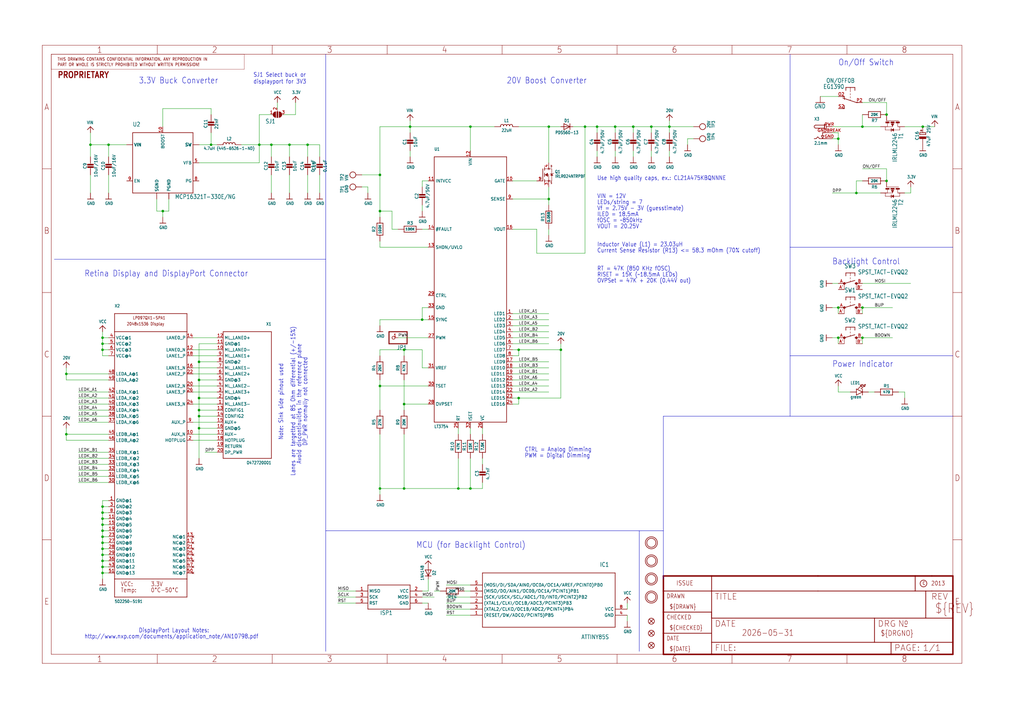
<source format=kicad_sch>
(kicad_sch (version 20230121) (generator eeschema)
  (paper "User" 431.267 298.602)
  (junction (at 363.22 129.54))
  (junction (at 198.12 205.74))
  (junction (at 38.1 60.96))
  (junction (at 363.22 142.24))
  (junction (at 43.18 241.3))
  (junction (at 231.14 53.34))
  (junction (at 83.82 180.34))
  (junction (at 43.18 144.78))
  (junction (at 363.22 53.34))
  (junction (at 43.18 238.76))
  (junction (at 83.82 160.02))
  (junction (at 27.94 182.88))
  (junction (at 218.44 147.32))
  (junction (at 193.04 205.74))
  (junction (at 129.54 60.96))
  (junction (at 43.18 215.9))
  (junction (at 170.18 205.74))
  (junction (at 353.06 129.54))
  (junction (at 83.82 172.72))
  (junction (at 83.82 175.26))
  (junction (at 43.18 147.32))
  (junction (at 360.68 81.28))
  (junction (at 83.82 167.64))
  (junction (at 281.94 53.34))
  (junction (at 83.82 152.4))
  (junction (at 388.62 53.34))
  (junction (at 231.14 83.82))
  (junction (at 43.18 231.14))
  (junction (at 114.3 60.96))
  (junction (at 43.18 233.68))
  (junction (at 353.06 142.24))
  (junction (at 68.58 88.9))
  (junction (at 43.18 228.6))
  (junction (at 170.18 170.18))
  (junction (at 251.46 53.34))
  (junction (at 88.9 60.96))
  (junction (at 246.38 53.34))
  (junction (at 353.06 58.42))
  (junction (at 43.18 213.36))
  (junction (at 43.18 218.44))
  (junction (at 109.22 60.96))
  (junction (at 160.02 205.74))
  (junction (at 27.94 157.48))
  (junction (at 236.22 147.32))
  (junction (at 43.18 236.22))
  (junction (at 170.18 147.32))
  (junction (at 218.44 167.64))
  (junction (at 373.38 76.2))
  (junction (at 121.92 60.96))
  (junction (at 43.18 142.24))
  (junction (at 198.12 53.34))
  (junction (at 45.72 60.96))
  (junction (at 373.38 48.26))
  (junction (at 43.18 220.98))
  (junction (at 160.02 73.66))
  (junction (at 160.02 88.9))
  (junction (at 177.8 134.62))
  (junction (at 259.08 53.34))
  (junction (at 266.7 53.34))
  (junction (at 43.18 223.52))
  (junction (at 172.72 53.34))
  (junction (at 160.02 162.56))
  (junction (at 43.18 226.06))
  (junction (at 274.32 53.34))
  (wire (pts (xy 370.84 53.34) (xy 363.22 53.34)) (stroke (width 0.1524)))
  (wire (pts (xy 53.34 60.96) (xy 45.72 60.96)) (stroke (width 0.1524)))
  (wire (pts (xy 38.1 60.96) (xy 38.1 55.88)) (stroke (width 0.1524)))
  (wire (pts (xy 83.82 160.02) (xy 83.82 167.64)) (stroke (width 0.1524)))
  (wire (pts (xy 83.82 144.78) (xy 83.82 152.4)) (stroke (width 0.1524)))
  (wire (pts (xy 43.18 147.32) (xy 43.18 144.78)) (stroke (width 0.1524)))
  (wire (pts (xy 185.42 248.92) (xy 182.88 248.92)) (stroke (width 0.1524)))
  (polyline (pts (xy 279.4 223.52) (xy 279.4 175.26)) (stroke (width 0.1524) (type solid)))
  (wire (pts (xy 45.72 231.14) (xy 43.18 231.14)) (stroke (width 0.1524)))
  (wire (pts (xy 353.06 58.42) (xy 353.06 60.96)) (stroke (width 0.1524)))
  (wire (pts (xy 345.44 40.64) (xy 353.06 40.64)) (stroke (width 0.1524)))
  (wire (pts (xy 45.72 147.32) (xy 43.18 147.32)) (stroke (width 0.1524)))
  (wire (pts (xy 45.72 213.36) (xy 43.18 213.36)) (stroke (width 0.1524)))
  (wire (pts (xy 363.22 43.18) (xy 373.38 43.18)) (stroke (width 0.1524)))
  (wire (pts (xy 198.12 256.54) (xy 187.96 256.54)) (stroke (width 0.1524)))
  (polyline (pts (xy 332.74 149.86) (xy 401.32 149.86)) (stroke (width 0.1524) (type solid)))
  (polyline (pts (xy 332.74 175.26) (xy 401.32 175.26)) (stroke (width 0.1524) (type solid)))
  (wire (pts (xy 83.82 167.64) (xy 83.82 172.72)) (stroke (width 0.1524)))
  (wire (pts (xy 83.82 152.4) (xy 83.82 160.02)) (stroke (width 0.1524)))
  (wire (pts (xy 281.94 63.5) (xy 281.94 66.04)) (stroke (width 0.1524)))
  (wire (pts (xy 160.02 149.86) (xy 160.02 147.32)) (stroke (width 0.1524)))
  (wire (pts (xy 360.68 81.28) (xy 350.52 81.28)) (stroke (width 0.1524)))
  (wire (pts (xy 142.24 248.92) (xy 149.86 248.92)) (stroke (width 0.1524)))
  (wire (pts (xy 231.14 134.62) (xy 215.9 134.62)) (stroke (width 0.1524)))
  (wire (pts (xy 88.9 55.88) (xy 88.9 60.96)) (stroke (width 0.1524)))
  (wire (pts (xy 218.44 53.34) (xy 231.14 53.34)) (stroke (width 0.1524)))
  (wire (pts (xy 218.44 167.64) (xy 236.22 167.64)) (stroke (width 0.1524)))
  (wire (pts (xy 45.72 60.96) (xy 38.1 60.96)) (stroke (width 0.1524)))
  (wire (pts (xy 160.02 53.34) (xy 172.72 53.34)) (stroke (width 0.1524)))
  (wire (pts (xy 218.44 149.86) (xy 218.44 147.32)) (stroke (width 0.1524)))
  (wire (pts (xy 43.18 149.86) (xy 43.18 147.32)) (stroke (width 0.1524)))
  (wire (pts (xy 203.2 193.04) (xy 203.2 195.58)) (stroke (width 0.1524)))
  (wire (pts (xy 281.94 55.88) (xy 281.94 53.34)) (stroke (width 0.1524)))
  (wire (pts (xy 231.14 144.78) (xy 215.9 144.78)) (stroke (width 0.1524)))
  (wire (pts (xy 231.14 53.34) (xy 236.22 53.34)) (stroke (width 0.1524)))
  (wire (pts (xy 177.8 251.46) (xy 182.88 251.46)) (stroke (width 0.1524)))
  (wire (pts (xy 45.72 182.88) (xy 27.94 182.88)) (stroke (width 0.1524)))
  (wire (pts (xy 91.44 162.56) (xy 81.28 162.56)) (stroke (width 0.1524)))
  (wire (pts (xy 350.52 53.34) (xy 363.22 53.34)) (stroke (width 0.1524)))
  (wire (pts (xy 38.1 73.66) (xy 38.1 81.28)) (stroke (width 0.1524)))
  (wire (pts (xy 180.34 243.84) (xy 180.34 248.92)) (stroke (width 0.1524)))
  (wire (pts (xy 373.38 71.12) (xy 373.38 76.2)) (stroke (width 0.1524)))
  (wire (pts (xy 373.38 43.18) (xy 373.38 48.26)) (stroke (width 0.1524)))
  (wire (pts (xy 198.12 205.74) (xy 193.04 205.74)) (stroke (width 0.1524)))
  (wire (pts (xy 198.12 180.34) (xy 198.12 182.88)) (stroke (width 0.1524)))
  (wire (pts (xy 350.52 58.42) (xy 353.06 58.42)) (stroke (width 0.1524)))
  (wire (pts (xy 91.44 154.94) (xy 81.28 154.94)) (stroke (width 0.1524)))
  (wire (pts (xy 170.18 205.74) (xy 160.02 205.74)) (stroke (width 0.1524)))
  (wire (pts (xy 91.44 149.86) (xy 81.28 149.86)) (stroke (width 0.1524)))
  (wire (pts (xy 236.22 167.64) (xy 236.22 147.32)) (stroke (width 0.1524)))
  (polyline (pts (xy 332.74 149.86) (xy 332.74 175.26)) (stroke (width 0.1524) (type solid)))
  (wire (pts (xy 198.12 246.38) (xy 187.96 246.38)) (stroke (width 0.1524)))
  (polyline (pts (xy 137.16 109.22) (xy 137.16 223.52)) (stroke (width 0.1524) (type solid)))
  (wire (pts (xy 226.06 106.68) (xy 246.38 106.68)) (stroke (width 0.1524)))
  (wire (pts (xy 172.72 53.34) (xy 172.72 55.88)) (stroke (width 0.1524)))
  (wire (pts (xy 45.72 238.76) (xy 43.18 238.76)) (stroke (width 0.1524)))
  (wire (pts (xy 45.72 233.68) (xy 43.18 233.68)) (stroke (width 0.1524)))
  (wire (pts (xy 91.44 172.72) (xy 83.82 172.72)) (stroke (width 0.1524)))
  (wire (pts (xy 177.8 86.36) (xy 177.8 88.9)) (stroke (width 0.1524)))
  (wire (pts (xy 149.86 251.46) (xy 142.24 251.46)) (stroke (width 0.1524)))
  (wire (pts (xy 45.72 190.5) (xy 33.02 190.5)) (stroke (width 0.1524)))
  (wire (pts (xy 114.3 73.66) (xy 114.3 81.28)) (stroke (width 0.1524)))
  (wire (pts (xy 68.58 53.34) (xy 68.58 45.72)) (stroke (width 0.1524)))
  (wire (pts (xy 215.9 149.86) (xy 218.44 149.86)) (stroke (width 0.1524)))
  (wire (pts (xy 177.8 96.52) (xy 180.34 96.52)) (stroke (width 0.1524)))
  (wire (pts (xy 365.76 165.1) (xy 368.3 165.1)) (stroke (width 0.1524)))
  (wire (pts (xy 45.72 142.24) (xy 43.18 142.24)) (stroke (width 0.1524)))
  (wire (pts (xy 43.18 231.14) (xy 43.18 233.68)) (stroke (width 0.1524)))
  (polyline (pts (xy 332.74 104.14) (xy 401.32 104.14)) (stroke (width 0.1524) (type solid)))
  (wire (pts (xy 43.18 215.9) (xy 43.18 218.44)) (stroke (width 0.1524)))
  (wire (pts (xy 231.14 152.4) (xy 215.9 152.4)) (stroke (width 0.1524)))
  (wire (pts (xy 91.44 177.8) (xy 81.28 177.8)) (stroke (width 0.1524)))
  (wire (pts (xy 68.58 45.72) (xy 88.9 45.72)) (stroke (width 0.1524)))
  (wire (pts (xy 172.72 66.04) (xy 172.72 63.5)) (stroke (width 0.1524)))
  (wire (pts (xy 91.44 160.02) (xy 83.82 160.02)) (stroke (width 0.1524)))
  (wire (pts (xy 109.22 60.96) (xy 101.6 60.96)) (stroke (width 0.1524)))
  (wire (pts (xy 231.14 165.1) (xy 215.9 165.1)) (stroke (width 0.1524)))
  (wire (pts (xy 43.18 218.44) (xy 43.18 220.98)) (stroke (width 0.1524)))
  (wire (pts (xy 27.94 185.42) (xy 27.94 182.88)) (stroke (width 0.1524)))
  (wire (pts (xy 170.18 170.18) (xy 170.18 160.02)) (stroke (width 0.1524)))
  (wire (pts (xy 274.32 55.88) (xy 274.32 53.34)) (stroke (width 0.1524)))
  (wire (pts (xy 129.54 60.96) (xy 134.62 60.96)) (stroke (width 0.1524)))
  (wire (pts (xy 43.18 223.52) (xy 43.18 226.06)) (stroke (width 0.1524)))
  (wire (pts (xy 353.06 129.54) (xy 350.52 129.54)) (stroke (width 0.1524)))
  (wire (pts (xy 246.38 53.34) (xy 251.46 53.34)) (stroke (width 0.1524)))
  (wire (pts (xy 149.86 254) (xy 142.24 254)) (stroke (width 0.1524)))
  (wire (pts (xy 45.72 165.1) (xy 33.02 165.1)) (stroke (width 0.1524)))
  (wire (pts (xy 71.12 88.9) (xy 68.58 88.9)) (stroke (width 0.1524)))
  (polyline (pts (xy 269.24 223.52) (xy 269.24 274.32)) (stroke (width 0.1524) (type solid)))
  (wire (pts (xy 215.9 170.18) (xy 218.44 170.18)) (stroke (width 0.1524)))
  (wire (pts (xy 88.9 60.96) (xy 91.44 60.96)) (stroke (width 0.1524)))
  (wire (pts (xy 259.08 55.88) (xy 259.08 53.34)) (stroke (width 0.1524)))
  (wire (pts (xy 45.72 223.52) (xy 43.18 223.52)) (stroke (width 0.1524)))
  (polyline (pts (xy 137.16 223.52) (xy 269.24 223.52)) (stroke (width 0.1524) (type solid)))
  (wire (pts (xy 91.44 167.64) (xy 83.82 167.64)) (stroke (width 0.1524)))
  (wire (pts (xy 91.44 175.26) (xy 83.82 175.26)) (stroke (width 0.1524)))
  (wire (pts (xy 363.22 48.26) (xy 363.22 53.34)) (stroke (width 0.1524)))
  (wire (pts (xy 198.12 251.46) (xy 187.96 251.46)) (stroke (width 0.1524)))
  (wire (pts (xy 180.34 129.54) (xy 177.8 129.54)) (stroke (width 0.1524)))
  (wire (pts (xy 45.72 215.9) (xy 43.18 215.9)) (stroke (width 0.1524)))
  (wire (pts (xy 266.7 55.88) (xy 266.7 53.34)) (stroke (width 0.1524)))
  (wire (pts (xy 134.62 73.66) (xy 134.62 81.28)) (stroke (width 0.1524)))
  (wire (pts (xy 83.82 180.34) (xy 83.82 193.04)) (stroke (width 0.1524)))
  (wire (pts (xy 170.18 182.88) (xy 170.18 205.74)) (stroke (width 0.1524)))
  (wire (pts (xy 43.18 210.82) (xy 43.18 213.36)) (stroke (width 0.1524)))
  (wire (pts (xy 83.82 68.58) (xy 109.22 68.58)) (stroke (width 0.1524)))
  (wire (pts (xy 91.44 142.24) (xy 81.28 142.24)) (stroke (width 0.1524)))
  (wire (pts (xy 281.94 53.34) (xy 281.94 50.8)) (stroke (width 0.1524)))
  (wire (pts (xy 91.44 152.4) (xy 83.82 152.4)) (stroke (width 0.1524)))
  (wire (pts (xy 121.92 66.04) (xy 121.92 60.96)) (stroke (width 0.1524)))
  (wire (pts (xy 363.22 144.78) (xy 363.22 142.24)) (stroke (width 0.1524)))
  (wire (pts (xy 91.44 147.32) (xy 81.28 147.32)) (stroke (width 0.1524)))
  (wire (pts (xy 353.06 142.24) (xy 350.52 142.24)) (stroke (width 0.1524)))
  (wire (pts (xy 160.02 160.02) (xy 160.02 162.56)) (stroke (width 0.1524)))
  (wire (pts (xy 215.9 76.2) (xy 226.06 76.2)) (stroke (width 0.1524)))
  (wire (pts (xy 172.72 53.34) (xy 198.12 53.34)) (stroke (width 0.1524)))
  (wire (pts (xy 180.34 104.14) (xy 160.02 104.14)) (stroke (width 0.1524)))
  (wire (pts (xy 353.06 162.56) (xy 353.06 165.1)) (stroke (width 0.1524)))
  (wire (pts (xy 231.14 154.94) (xy 215.9 154.94)) (stroke (width 0.1524)))
  (wire (pts (xy 177.8 248.92) (xy 180.34 248.92)) (stroke (width 0.1524)))
  (wire (pts (xy 45.72 195.58) (xy 33.02 195.58)) (stroke (width 0.1524)))
  (wire (pts (xy 363.22 119.38) (xy 383.54 119.38)) (stroke (width 0.1524)))
  (polyline (pts (xy 137.16 109.22) (xy 137.16 22.86)) (stroke (width 0.1524) (type solid)))
  (wire (pts (xy 180.34 170.18) (xy 170.18 170.18)) (stroke (width 0.1524)))
  (wire (pts (xy 193.04 180.34) (xy 193.04 182.88)) (stroke (width 0.1524)))
  (wire (pts (xy 45.72 228.6) (xy 43.18 228.6)) (stroke (width 0.1524)))
  (wire (pts (xy 215.9 83.82) (xy 231.14 83.82)) (stroke (width 0.1524)))
  (wire (pts (xy 91.44 157.48) (xy 81.28 157.48)) (stroke (width 0.1524)))
  (wire (pts (xy 251.46 63.5) (xy 251.46 66.04)) (stroke (width 0.1524)))
  (wire (pts (xy 363.22 71.12) (xy 373.38 71.12)) (stroke (width 0.1524)))
  (wire (pts (xy 195.58 248.92) (xy 198.12 248.92)) (stroke (width 0.1524)))
  (wire (pts (xy 45.72 185.42) (xy 27.94 185.42)) (stroke (width 0.1524)))
  (wire (pts (xy 231.14 78.74) (xy 231.14 83.82)) (stroke (width 0.1524)))
  (wire (pts (xy 177.8 134.62) (xy 160.02 134.62)) (stroke (width 0.1524)))
  (wire (pts (xy 363.22 76.2) (xy 360.68 76.2)) (stroke (width 0.1524)))
  (wire (pts (xy 353.06 142.24) (xy 353.06 144.78)) (stroke (width 0.1524)))
  (wire (pts (xy 353.06 165.1) (xy 358.14 165.1)) (stroke (width 0.1524)))
  (wire (pts (xy 363.22 142.24) (xy 375.92 142.24)) (stroke (width 0.1524)))
  (wire (pts (xy 71.12 83.82) (xy 71.12 88.9)) (stroke (width 0.1524)))
  (wire (pts (xy 160.02 134.62) (xy 160.02 137.16)) (stroke (width 0.1524)))
  (polyline (pts (xy 332.74 104.14) (xy 332.74 149.86)) (stroke (width 0.1524) (type solid)))
  (wire (pts (xy 45.72 172.72) (xy 33.02 172.72)) (stroke (width 0.1524)))
  (wire (pts (xy 177.8 147.32) (xy 177.8 154.94)) (stroke (width 0.1524)))
  (wire (pts (xy 91.44 190.5) (xy 86.36 190.5)) (stroke (width 0.1524)))
  (wire (pts (xy 45.72 220.98) (xy 43.18 220.98)) (stroke (width 0.1524)))
  (wire (pts (xy 43.18 228.6) (xy 43.18 231.14)) (stroke (width 0.1524)))
  (wire (pts (xy 198.12 53.34) (xy 208.28 53.34)) (stroke (width 0.1524)))
  (polyline (pts (xy 279.4 223.52) (xy 279.4 243.84)) (stroke (width 0.1524) (type solid)))
  (wire (pts (xy 27.94 157.48) (xy 27.94 154.94)) (stroke (width 0.1524)))
  (wire (pts (xy 83.82 60.96) (xy 88.9 60.96)) (stroke (width 0.1524)))
  (wire (pts (xy 43.18 238.76) (xy 43.18 241.3)) (stroke (width 0.1524)))
  (wire (pts (xy 218.44 170.18) (xy 218.44 167.64)) (stroke (width 0.1524)))
  (wire (pts (xy 264.16 259.08) (xy 264.16 261.62)) (stroke (width 0.1524)))
  (polyline (pts (xy 269.24 223.52) (xy 279.4 223.52)) (stroke (width 0.1524) (type solid)))
  (wire (pts (xy 231.14 162.56) (xy 215.9 162.56)) (stroke (width 0.1524)))
  (wire (pts (xy 45.72 210.82) (xy 43.18 210.82)) (stroke (width 0.1524)))
  (wire (pts (xy 180.34 142.24) (xy 167.64 142.24)) (stroke (width 0.1524)))
  (wire (pts (xy 170.18 147.32) (xy 177.8 147.32)) (stroke (width 0.1524)))
  (wire (pts (xy 215.9 96.52) (xy 226.06 96.52)) (stroke (width 0.1524)))
  (wire (pts (xy 45.72 160.02) (xy 27.94 160.02)) (stroke (width 0.1524)))
  (wire (pts (xy 350.52 55.88) (xy 353.06 55.88)) (stroke (width 0.1524)))
  (wire (pts (xy 66.04 83.82) (xy 66.04 88.9)) (stroke (width 0.1524)))
  (wire (pts (xy 160.02 88.9) (xy 160.02 73.66)) (stroke (width 0.1524)))
  (wire (pts (xy 193.04 193.04) (xy 193.04 205.74)) (stroke (width 0.1524)))
  (wire (pts (xy 251.46 55.88) (xy 251.46 53.34)) (stroke (width 0.1524)))
  (polyline (pts (xy 332.74 22.86) (xy 332.74 104.14)) (stroke (width 0.1524) (type solid)))
  (wire (pts (xy 226.06 96.52) (xy 226.06 106.68)) (stroke (width 0.1524)))
  (wire (pts (xy 170.18 149.86) (xy 170.18 147.32)) (stroke (width 0.1524)))
  (wire (pts (xy 45.72 203.2) (xy 33.02 203.2)) (stroke (width 0.1524)))
  (wire (pts (xy 381 165.1) (xy 381 167.64)) (stroke (width 0.1524)))
  (wire (pts (xy 43.18 213.36) (xy 43.18 215.9)) (stroke (width 0.1524)))
  (wire (pts (xy 236.22 147.32) (xy 236.22 144.78)) (stroke (width 0.1524)))
  (wire (pts (xy 154.94 78.74) (xy 154.94 81.28)) (stroke (width 0.1524)))
  (wire (pts (xy 160.02 205.74) (xy 160.02 208.28)) (stroke (width 0.1524)))
  (wire (pts (xy 353.06 55.88) (xy 353.06 58.42)) (stroke (width 0.1524)))
  (wire (pts (xy 43.18 236.22) (xy 43.18 238.76)) (stroke (width 0.1524)))
  (wire (pts (xy 218.44 147.32) (xy 236.22 147.32)) (stroke (width 0.1524)))
  (wire (pts (xy 198.12 53.34) (xy 198.12 63.5)) (stroke (width 0.1524)))
  (wire (pts (xy 266.7 53.34) (xy 274.32 53.34)) (stroke (width 0.1524)))
  (polyline (pts (xy 137.16 274.32) (xy 137.16 223.52)) (stroke (width 0.1524) (type solid)))
  (wire (pts (xy 45.72 175.26) (xy 33.02 175.26)) (stroke (width 0.1524)))
  (wire (pts (xy 45.72 236.22) (xy 43.18 236.22)) (stroke (width 0.1524)))
  (wire (pts (xy 83.82 175.26) (xy 83.82 180.34)) (stroke (width 0.1524)))
  (wire (pts (xy 215.9 132.08) (xy 231.14 132.08)) (stroke (width 0.1524)))
  (wire (pts (xy 45.72 218.44) (xy 43.18 218.44)) (stroke (width 0.1524)))
  (wire (pts (xy 109.22 60.96) (xy 114.3 60.96)) (stroke (width 0.1524)))
  (wire (pts (xy 292.1 53.34) (xy 281.94 53.34)) (stroke (width 0.1524)))
  (wire (pts (xy 43.18 142.24) (xy 43.18 139.7)) (stroke (width 0.1524)))
  (wire (pts (xy 203.2 205.74) (xy 198.12 205.74)) (stroke (width 0.1524)))
  (wire (pts (xy 378.46 165.1) (xy 381 165.1)) (stroke (width 0.1524)))
  (wire (pts (xy 383.54 81.28) (xy 383.54 78.74)) (stroke (width 0.1524)))
  (wire (pts (xy 231.14 142.24) (xy 215.9 142.24)) (stroke (width 0.1524)))
  (wire (pts (xy 43.18 144.78) (xy 43.18 142.24)) (stroke (width 0.1524)))
  (wire (pts (xy 109.22 48.26) (xy 109.22 60.96)) (stroke (width 0.1524)))
  (wire (pts (xy 160.02 91.44) (xy 160.02 88.9)) (stroke (width 0.1524)))
  (wire (pts (xy 129.54 73.66) (xy 129.54 81.28)) (stroke (width 0.1524)))
  (wire (pts (xy 121.92 60.96) (xy 129.54 60.96)) (stroke (width 0.1524)))
  (wire (pts (xy 203.2 203.2) (xy 203.2 205.74)) (stroke (width 0.1524)))
  (wire (pts (xy 43.18 226.06) (xy 43.18 228.6)) (stroke (width 0.1524)))
  (wire (pts (xy 170.18 170.18) (xy 170.18 172.72)) (stroke (width 0.1524)))
  (wire (pts (xy 231.14 157.48) (xy 215.9 157.48)) (stroke (width 0.1524)))
  (wire (pts (xy 231.14 137.16) (xy 215.9 137.16)) (stroke (width 0.1524)))
  (wire (pts (xy 27.94 182.88) (xy 27.94 180.34)) (stroke (width 0.1524)))
  (wire (pts (xy 360.68 76.2) (xy 360.68 81.28)) (stroke (width 0.1524)))
  (wire (pts (xy 266.7 63.5) (xy 266.7 66.04)) (stroke (width 0.1524)))
  (wire (pts (xy 264.16 256.54) (xy 264.16 254)) (stroke (width 0.1524)))
  (wire (pts (xy 177.8 254) (xy 180.34 254)) (stroke (width 0.1524)))
  (wire (pts (xy 172.72 50.8) (xy 172.72 53.34)) (stroke (width 0.1524)))
  (wire (pts (xy 91.44 165.1) (xy 81.28 165.1)) (stroke (width 0.1524)))
  (wire (pts (xy 45.72 73.66) (xy 45.72 81.28)) (stroke (width 0.1524)))
  (wire (pts (xy 109.22 68.58) (xy 109.22 60.96)) (stroke (width 0.1524)))
  (wire (pts (xy 180.34 76.2) (xy 177.8 76.2)) (stroke (width 0.1524)))
  (wire (pts (xy 167.64 96.52) (xy 165.1 96.52)) (stroke (width 0.1524)))
  (wire (pts (xy 198.12 193.04) (xy 198.12 205.74)) (stroke (width 0.1524)))
  (wire (pts (xy 91.44 144.78) (xy 83.82 144.78)) (stroke (width 0.1524)))
  (wire (pts (xy 91.44 170.18) (xy 81.28 170.18)) (stroke (width 0.1524)))
  (wire (pts (xy 45.72 200.66) (xy 33.02 200.66)) (stroke (width 0.1524)))
  (wire (pts (xy 134.62 60.96) (xy 134.62 66.04)) (stroke (width 0.1524)))
  (wire (pts (xy 43.18 233.68) (xy 43.18 236.22)) (stroke (width 0.1524)))
  (wire (pts (xy 114.3 60.96) (xy 121.92 60.96)) (stroke (width 0.1524)))
  (wire (pts (xy 353.06 129.54) (xy 353.06 132.08)) (stroke (width 0.1524)))
  (wire (pts (xy 215.9 167.64) (xy 218.44 167.64)) (stroke (width 0.1524)))
  (wire (pts (xy 160.02 147.32) (xy 170.18 147.32)) (stroke (width 0.1524)))
  (wire (pts (xy 246.38 53.34) (xy 241.3 53.34)) (stroke (width 0.1524)))
  (wire (pts (xy 124.46 48.26) (xy 124.46 43.18)) (stroke (width 0.1524)))
  (wire (pts (xy 259.08 63.5) (xy 259.08 66.04)) (stroke (width 0.1524)))
  (wire (pts (xy 198.12 259.08) (xy 187.96 259.08)) (stroke (width 0.1524)))
  (wire (pts (xy 231.14 96.52) (xy 231.14 99.06)) (stroke (width 0.1524)))
  (wire (pts (xy 45.72 149.86) (xy 43.18 149.86)) (stroke (width 0.1524)))
  (wire (pts (xy 231.14 68.58) (xy 231.14 53.34)) (stroke (width 0.1524)))
  (wire (pts (xy 274.32 63.5) (xy 274.32 66.04)) (stroke (width 0.1524)))
  (wire (pts (xy 66.04 88.9) (xy 68.58 88.9)) (stroke (width 0.1524)))
  (wire (pts (xy 45.72 177.8) (xy 33.02 177.8)) (stroke (width 0.1524)))
  (wire (pts (xy 165.1 88.9) (xy 165.1 96.52)) (stroke (width 0.1524)))
  (wire (pts (xy 292.1 58.42) (xy 289.56 58.42)) (stroke (width 0.1524)))
  (wire (pts (xy 363.22 129.54) (xy 375.92 129.54)) (stroke (width 0.1524)))
  (wire (pts (xy 109.22 48.26) (xy 114.3 48.26)) (stroke (width 0.1524)))
  (wire (pts (xy 160.02 73.66) (xy 160.02 53.34)) (stroke (width 0.1524)))
  (wire (pts (xy 45.72 241.3) (xy 43.18 241.3)) (stroke (width 0.1524)))
  (wire (pts (xy 160.02 88.9) (xy 165.1 88.9)) (stroke (width 0.1524)))
  (wire (pts (xy 152.4 73.66) (xy 160.02 73.66)) (stroke (width 0.1524)))
  (wire (pts (xy 177.8 129.54) (xy 177.8 134.62)) (stroke (width 0.1524)))
  (wire (pts (xy 203.2 180.34) (xy 203.2 182.88)) (stroke (width 0.1524)))
  (wire (pts (xy 381 53.34) (xy 388.62 53.34)) (stroke (width 0.1524)))
  (wire (pts (xy 215.9 147.32) (xy 218.44 147.32)) (stroke (width 0.1524)))
  (wire (pts (xy 45.72 193.04) (xy 33.02 193.04)) (stroke (width 0.1524)))
  (wire (pts (xy 231.14 83.82) (xy 231.14 86.36)) (stroke (width 0.1524)))
  (wire (pts (xy 177.8 76.2) (xy 177.8 78.74)) (stroke (width 0.1524)))
  (wire (pts (xy 129.54 60.96) (xy 129.54 66.04)) (stroke (width 0.1524)))
  (wire (pts (xy 43.18 220.98) (xy 43.18 223.52)) (stroke (width 0.1524)))
  (wire (pts (xy 116.84 45.72) (xy 116.84 43.18)) (stroke (width 0.1524)))
  (wire (pts (xy 68.58 88.9) (xy 68.58 91.44)) (stroke (width 0.1524)))
  (wire (pts (xy 160.02 162.56) (xy 160.02 172.72)) (stroke (width 0.1524)))
  (wire (pts (xy 114.3 66.04) (xy 114.3 60.96)) (stroke (width 0.1524)))
  (wire (pts (xy 45.72 198.12) (xy 33.02 198.12)) (stroke (width 0.1524)))
  (wire (pts (xy 45.72 144.78) (xy 43.18 144.78)) (stroke (width 0.1524)))
  (wire (pts (xy 350.52 119.38) (xy 353.06 119.38)) (stroke (width 0.1524)))
  (wire (pts (xy 91.44 180.34) (xy 83.82 180.34)) (stroke (width 0.1524)))
  (wire (pts (xy 119.38 48.26) (xy 124.46 48.26)) (stroke (width 0.1524)))
  (wire (pts (xy 363.22 129.54) (xy 363.22 132.08)) (stroke (width 0.1524)))
  (wire (pts (xy 91.44 185.42) (xy 81.28 185.42)) (stroke (width 0.1524)))
  (wire (pts (xy 187.96 254) (xy 198.12 254)) (stroke (width 0.1524)))
  (wire (pts (xy 388.62 53.34) (xy 393.7 53.34)) (stroke (width 0.1524)))
  (wire (pts (xy 91.44 182.88) (xy 81.28 182.88)) (stroke (width 0.1524)))
  (wire (pts (xy 180.34 134.62) (xy 177.8 134.62)) (stroke (width 0.1524)))
  (wire (pts (xy 231.14 139.7) (xy 215.9 139.7)) (stroke (width 0.1524)))
  (wire (pts (xy 274.32 53.34) (xy 281.94 53.34)) (stroke (width 0.1524)))
  (wire (pts (xy 43.18 241.3) (xy 43.18 243.84)) (stroke (width 0.1524)))
  (wire (pts (xy 45.72 170.18) (xy 33.02 170.18)) (stroke (width 0.1524)))
  (wire (pts (xy 88.9 45.72) (xy 88.9 48.26)) (stroke (width 0.1524)))
  (wire (pts (xy 45.72 226.06) (xy 43.18 226.06)) (stroke (width 0.1524)))
  (wire (pts (xy 370.84 81.28) (xy 360.68 81.28)) (stroke (width 0.1524)))
  (wire (pts (xy 177.8 154.94) (xy 180.34 154.94)) (stroke (width 0.1524)))
  (wire (pts (xy 251.46 53.34) (xy 259.08 53.34)) (stroke (width 0.1524)))
  (wire (pts (xy 152.4 78.74) (xy 154.94 78.74)) (stroke (width 0.1524)))
  (wire (pts (xy 381 81.28) (xy 383.54 81.28)) (stroke (width 0.1524)))
  (wire (pts (xy 246.38 106.68) (xy 246.38 53.34)) (stroke (width 0.1524)))
  (wire (pts (xy 289.56 58.42) (xy 289.56 60.96)) (stroke (width 0.1524)))
  (wire (pts (xy 259.08 53.34) (xy 266.7 53.34)) (stroke (width 0.1524)))
  (wire (pts (xy 38.1 66.04) (xy 38.1 60.96)) (stroke (width 0.1524)))
  (wire (pts (xy 45.72 157.48) (xy 27.94 157.48)) (stroke (width 0.1524)))
  (wire (pts (xy 83.82 172.72) (xy 83.82 175.26)) (stroke (width 0.1524)))
  (wire (pts (xy 45.72 66.04) (xy 45.72 60.96)) (stroke (width 0.1524)))
  (wire (pts (xy 160.02 182.88) (xy 160.02 205.74)) (stroke (width 0.1524)))
  (wire (pts (xy 27.94 160.02) (xy 27.94 157.48)) (stroke (width 0.1524)))
  (wire (pts (xy 121.92 73.66) (xy 121.92 81.28)) (stroke (width 0.1524)))
  (wire (pts (xy 193.04 205.74) (xy 170.18 205.74)) (stroke (width 0.1524)))
  (wire (pts (xy 160.02 104.14) (xy 160.02 101.6)) (stroke (width 0.1524)))
  (polyline (pts (xy 22.86 109.22) (xy 137.16 109.22)) (stroke (width 0.1524) (type solid)))
  (polyline (pts (xy 279.4 175.26) (xy 332.74 175.26)) (stroke (width 0.1524) (type solid)))
  (wire (pts (xy 180.34 162.56) (xy 160.02 162.56)) (stroke (width 0.1524)))
  (wire (pts (xy 231.14 160.02) (xy 215.9 160.02)) (stroke (width 0.1524)))
  (wire (pts (xy 45.72 167.64) (xy 33.02 167.64)) (stroke (width 0.1524)))
  (text "Note: Sink side pinout used~{}" (at 119.38 185.42 90) (effects (font (size 1.778 1.5113)) (justify left bottom)))
  (text "OVPSet = 47K + 20K (0.44V out)" (at 251.46 119.38 0) (effects (font (size 1.778 1.5113)) (justify left bottom)))
  (text "MCU (for Backlight Control)" (at 175.26 231.14 0) (effects (font (size 2.54 2.159)) (justify left bottom)))
  (text "Avoid discontinuities in the reference plane" (at 127 195.58 90) (effects (font (size 1.778 1.5113)) (justify left bottom)))
  (text "ILED = 18.5mA" (at 251.46 91.44 0) (effects (font (size 1.778 1.5113)) (justify left bottom)))
  (text "DisplayPort Layout Notes:" (at 58.42 266.7 0) (effects (font (size 1.778 1.5113)) (justify left bottom)))
  (text "Use high quality caps, ex.: CL21A475KBQNNNE" (at 251.46 76.2 0) (effects (font (size 1.778 1.5113)) (justify left bottom)))
  (text "On/Off Switch" (at 353.06 27.94 0) (effects (font (size 2.54 2.159)) (justify left bottom)))
  (text "CTRL = Analog Dimming" (at 220.98 190.5 0) (effects (font (size 1.778 1.5113)) (justify left bottom)))
  (text "DP_PWR normally not connected" (at 129.54 187.96 90) (effects (font (size 1.778 1.5113)) (justify left bottom)))
  (text "SJ1 Select buck or\ndisplayport for 3V3" (at 106.68 35.56 0) (effects (font (size 1.778 1.5113)) (justify left bottom)))
  (text "fOSC = ~850kHz" (at 251.46 93.98 0) (effects (font (size 1.778 1.5113)) (justify left bottom)))
  (text "RT = 47K (850 KHz fOSC)" (at 251.46 114.3 0) (effects (font (size 1.778 1.5113)) (justify left bottom)))
  (text "20V Boost Converter" (at 213.36 35.56 0) (effects (font (size 2.54 2.159)) (justify left bottom)))
  (text "VOUT = 20.25V" (at 251.46 96.52 0) (effects (font (size 1.778 1.5113)) (justify left bottom)))
  (text "LEDs/string = 7" (at 251.46 86.36 0) (effects (font (size 1.778 1.5113)) (justify left bottom)))
  (text "Current Sense Resistor (R13) <= 58.3 mOhm (70% cutoff)" (at 251.46 106.68 0) (effects (font (size 1.778 1.5113)) (justify left bottom)))
  (text "Inductor Value (L1) = 23.03uH" (at 251.46 104.14 0) (effects (font (size 1.778 1.5113)) (justify left bottom)))
  (text "Retina Display and DisplayPort Connector" (at 35.56 116.84 0) (effects (font (size 2.54 2.159)) (justify left bottom)))
  (text "PWM = Digital Dimming" (at 220.98 193.04 0) (effects (font (size 1.778 1.5113)) (justify left bottom)))
  (text "http://www.nxp.com/documents/application_note/AN10798.pdf" (at 35.56 269.24 0) (effects (font (size 1.778 1.5113)) (justify left bottom)))
  (text "VIN = 12V" (at 251.46 83.82 0) (effects (font (size 1.778 1.5113)) (justify left bottom)))
  (text "Backlight Control" (at 350.52 111.76 0) (effects (font (size 2.54 2.159)) (justify left bottom)))
  (text "Lanes are targetted at 85 Ohm differential (+/-15%)" (at 124.46 200.66 90) (effects (font (size 1.778 1.5113)) (justify left bottom)))
  (text "Vf = 2.75V - 3V (guesstimate)" (at 251.46 88.9 0) (effects (font (size 1.778 1.5113)) (justify left bottom)))
  (text "Power Indicator" (at 350.52 154.94 0) (effects (font (size 2.54 2.159)) (justify left bottom)))
  (text "3.3V Buck Converter" (at 58.42 35.56 0) (effects (font (size 2.54 2.159)) (justify left bottom)))
  (text "RISET = 15K (~18.5mA LEDs)" (at 251.46 116.84 0) (effects (font (size 1.778 1.5113)) (justify left bottom)))
  (label "LEDK_A3" (at 33.02 170.18 0) (effects (font (size 1.2446 1.2446))))
  (label "LEDK_A5" (at 33.02 175.26 0) (effects (font (size 1.2446 1.2446))))
  (label "PWM" (at 185.42 248.92 90) (effects (font (size 1.2446 1.2446))))
  (label "LEDK_B6" (at 33.02 203.2 0) (effects (font (size 1.2446 1.2446))))
  (label "ON/OFF" (at 365.76 43.18 0) (effects (font (size 1.2446 1.2446))))
  (label "RST" (at 142.24 254 0) (effects (font (size 1.2446 1.2446))))
  (label "LEDK_B5" (at 218.44 152.4 0) (effects (font (size 1.2446 1.2446))))
  (label "LEDK_A6" (at 218.44 160.02 0) (effects (font (size 1.2446 1.2446))))
  (label "DPP" (at 86.36 190.5 0) (effects (font (size 1.2446 1.2446))))
  (label "LEDK_B1" (at 218.44 157.48 0) (effects (font (size 1.2446 1.2446))))
  (label "LEDK_B4" (at 33.02 198.12 0) (effects (font (size 1.2446 1.2446))))
  (label "DPP" (at 350.52 81.28 0) (effects (font (size 1.2446 1.2446))))
  (label "SCLK" (at 187.96 251.46 0) (effects (font (size 1.2446 1.2446))))
  (label "MISO" (at 142.24 248.92 0) (effects (font (size 1.2446 1.2446))))
  (label "MISO" (at 195.58 248.92 180) (effects (font (size 1.016 1.016))))
  (label "LEDK_A6" (at 33.02 177.8 0) (effects (font (size 1.2446 1.2446))))
  (label "SCLK" (at 142.24 251.46 0) (effects (font (size 1.2446 1.2446))))
  (label "LEDK_B2" (at 218.44 139.7 0) (effects (font (size 1.2446 1.2446))))
  (label "BUP" (at 187.96 254 0) (effects (font (size 1.2446 1.2446))))
  (label "LEDK_A4" (at 218.44 162.56 0) (effects (font (size 1.2446 1.2446))))
  (label "LEDK_B3" (at 33.02 195.58 0) (effects (font (size 1.2446 1.2446))))
  (label "MOSI" (at 177.8 251.46 0) (effects (font (size 1.2446 1.2446))))
  (label "LEDK_B4" (at 218.44 142.24 0) (effects (font (size 1.2446 1.2446))))
  (label "LEDK_A1" (at 218.44 132.08 0) (effects (font (size 1.2446 1.2446))))
  (label "LEDK_A5" (at 218.44 137.16 0) (effects (font (size 1.2446 1.2446))))
  (label "ON/OFF" (at 363.22 71.12 0) (effects (font (size 1.2446 1.2446))))
  (label "MOSI" (at 187.96 246.38 0) (effects (font (size 1.2446 1.2446))))
  (label "LEDK_B3" (at 218.44 154.94 0) (effects (font (size 1.2446 1.2446))))
  (label "BUP" (at 368.3 129.54 0) (effects (font (size 1.2446 1.2446))))
  (label "PWM" (at 167.64 142.24 0) (effects (font (size 1.2446 1.2446))))
  (label "LEDK_A2" (at 218.44 165.1 0) (effects (font (size 1.2446 1.2446))))
  (label "LEDK_B6" (at 218.44 144.78 0) (effects (font (size 1.2446 1.2446))))
  (label "LEDK_A4" (at 33.02 172.72 0) (effects (font (size 1.2446 1.2446))))
  (label "BDOWN" (at 368.3 142.24 0) (effects (font (size 1.2446 1.2446))))
  (label "RST" (at 187.96 259.08 0) (effects (font (size 1.2446 1.2446))))
  (label "LEDK_A2" (at 33.02 167.64 0) (effects (font (size 1.2446 1.2446))))
  (label "LEDK_A1" (at 33.02 165.1 0) (effects (font (size 1.2446 1.2446))))
  (label "LEDK_B2" (at 33.02 193.04 0) (effects (font (size 1.2446 1.2446))))
  (label "BDOWN" (at 187.96 256.54 0) (effects (font (size 1.2446 1.2446))))
  (label "LEDK_B1" (at 33.02 190.5 0) (effects (font (size 1.2446 1.2446))))
  (label "LEDK_B5" (at 33.02 200.66 0) (effects (font (size 1.2446 1.2446))))
  (label "MOSI" (at 368.3 119.38 0) (effects (font (size 1.2446 1.2446))))
  (label "LEDK_A3" (at 218.44 134.62 0) (effects (font (size 1.2446 1.2446))))
  (symbol (lib_id "working-eagle-import:MOSFET-NDPAK") (at 228.6 73.66 0) (unit 1)
    (property "Reference" "Q1" (at 233.68 73.025 0) (effects (font (size 1.27 1.0795)) (justify left bottom)))
    (property "Value" "IRLR024NTRPBF" (at 233.68 74.93 0) (effects (font (size 1.27 1.0795)) (justify left bottom)))
    (property "Footprint" "working:DPAK" (effects hide))
  )
  (symbol (lib_id "working-eagle-import:GND") (at 68.58 93.98 0) (unit 1)
    (property "Reference" "#U$4" (effects hide))
    (property "Value" "GND" (at 67.056 96.52 0) (effects (font (size 1.27 1.0795)) (justify left bottom)))
  )
  (symbol (lib_id "working-eagle-import:RESISTOR_0805") (at 172.72 96.52 0) (unit 1)
    (property "Reference" "R3" (at 172.72 93.98 0))
    (property "Value" "100K" (at 172.72 96.52 0) (effects (font (size 1.016 1.016) bold)))
    (property "Footprint" "working:_0805" (effects hide))
  )
  (symbol (lib_id "working-eagle-import:SPST_TACT-EVQQ2") (at 358.14 129.54 270) (unit 1)
    (property "Reference" "SW1" (at 355.6 123.19 90) (effects (font (size 1.778 1.5113)) (justify left bottom)))
    (property "Value" "SPST_TACT-EVQQ2" (at 361.315 125.73 90) (effects (font (size 1.778 1.5113)) (justify left bottom)))
    (property "Footprint" "working:EVQ-Q2" (effects hide))
  )
  (symbol (lib_id "working-eagle-import:GND") (at 347.98 142.24 270) (unit 1)
    (property "Reference" "#U$29" (effects hide))
    (property "Value" "GND" (at 345.44 140.716 0) (effects (font (size 1.27 1.0795)) (justify left bottom)))
  )
  (symbol (lib_id "working-eagle-import:CAP_CERAMIC_0805") (at 172.72 60.96 0) (unit 1)
    (property "Reference" "C1" (at 170.43 59.71 90))
    (property "Value" "10uF" (at 175.02 59.71 90))
    (property "Footprint" "working:_0805" (effects hide))
  )
  (symbol (lib_id "working-eagle-import:FIDUCIAL{dblquote}{dblquote}") (at 274.32 271.78 0) (unit 1)
    (property "Reference" "FID1" (effects hide))
    (property "Value" "FIDUCIAL{dblquote}{dblquote}" (effects hide))
    (property "Footprint" "working:FIDUCIAL_1MM" (effects hide))
  )
  (symbol (lib_id "working-eagle-import:CAP_CERAMIC_0805") (at 121.92 71.12 0) (unit 1)
    (property "Reference" "C13" (at 119.63 69.87 90))
    (property "Value" "10uF" (at 124.22 69.87 90))
    (property "Footprint" "working:_0805" (effects hide))
  )
  (symbol (lib_id "working-eagle-import:GND") (at 43.18 246.38 0) (unit 1)
    (property "Reference" "#U$2" (effects hide))
    (property "Value" "GND" (at 41.656 248.92 0) (effects (font (size 1.27 1.0795)) (justify left bottom)))
  )
  (symbol (lib_id "working-eagle-import:RESISTOR_0805") (at 190.5 248.92 180) (unit 1)
    (property "Reference" "R14" (at 190.5 251.46 0))
    (property "Value" "20K" (at 190.5 248.92 0) (effects (font (size 1.016 1.016) bold)))
    (property "Footprint" "working:_0805" (effects hide))
  )
  (symbol (lib_id "working-eagle-import:20V") (at 281.94 48.26 0) (unit 1)
    (property "Reference" "#U$38" (effects hide))
    (property "Value" "20V" (at 280.416 47.244 0) (effects (font (size 1.27 1.0795)) (justify left bottom)))
  )
  (symbol (lib_id "working-eagle-import:RESISTOR_0805") (at 160.02 154.94 90) (unit 1)
    (property "Reference" "R4" (at 157.48 154.94 0))
    (property "Value" "20K" (at 160.02 154.94 0) (effects (font (size 1.016 1.016) bold)))
    (property "Footprint" "working:_0805" (effects hide))
  )
  (symbol (lib_id "working-eagle-import:MOUNTINGHOLE3.0THIN") (at 274.32 228.6 0) (unit 1)
    (property "Reference" "U$34" (effects hide))
    (property "Value" "MOUNTINGHOLE3.0THIN" (effects hide))
    (property "Footprint" "working:MOUNTINGHOLE_3.0_PLATEDTHIN" (effects hide))
  )
  (symbol (lib_id "working-eagle-import:GND") (at 177.8 91.44 0) (unit 1)
    (property "Reference" "#U$16" (effects hide))
    (property "Value" "GND" (at 176.276 93.98 0) (effects (font (size 1.27 1.0795)) (justify left bottom)))
  )
  (symbol (lib_id "working-eagle-import:VCC") (at 43.18 137.16 0) (unit 1)
    (property "Reference" "#P+1" (effects hide))
    (property "Value" "VCC" (at 41.656 136.144 0) (effects (font (size 1.27 1.0795)) (justify left bottom)))
  )
  (symbol (lib_id "working-eagle-import:DIODESOD-323") (at 180.34 241.3 270) (unit 1)
    (property "Reference" "D2" (at 182.88 241.3 0) (effects (font (size 1.27 1.0795))))
    (property "Value" "1N4148" (at 177.84 241.3 0) (effects (font (size 1.27 1.0795))))
    (property "Footprint" "working:SOD-323" (effects hide))
  )
  (symbol (lib_id "working-eagle-import:CAP_CERAMIC_0805") (at 281.94 60.96 0) (unit 1)
    (property "Reference" "C8" (at 279.65 59.71 90))
    (property "Value" "4.7uF/50V" (at 284.24 59.71 90))
    (property "Footprint" "working:_0805" (effects hide))
  )
  (symbol (lib_id "working-eagle-import:CAP_CERAMIC_0805") (at 129.54 71.12 0) (unit 1)
    (property "Reference" "C14" (at 127.25 69.87 90))
    (property "Value" "0.1uF" (at 131.84 69.87 90))
    (property "Footprint" "working:_0805" (effects hide))
  )
  (symbol (lib_id "working-eagle-import:MOUNTINGHOLE3.0THIN") (at 274.32 243.84 0) (unit 1)
    (property "Reference" "U$32" (effects hide))
    (property "Value" "MOUNTINGHOLE3.0THIN" (effects hide))
    (property "Footprint" "working:MOUNTINGHOLE_3.0_PLATEDTHIN" (effects hide))
  )
  (symbol (lib_id "working-eagle-import:GND") (at 289.56 63.5 0) (unit 1)
    (property "Reference" "#U$37" (effects hide))
    (property "Value" "GND" (at 288.036 66.04 0) (effects (font (size 1.27 1.0795)) (justify left bottom)))
  )
  (symbol (lib_id "working-eagle-import:FIDUCIAL{dblquote}{dblquote}") (at 274.32 261.62 0) (unit 1)
    (property "Reference" "FID3" (effects hide))
    (property "Value" "FIDUCIAL{dblquote}{dblquote}" (effects hide))
    (property "Footprint" "working:FIDUCIAL_1MM" (effects hide))
  )
  (symbol (lib_id "working-eagle-import:VCC") (at 180.34 236.22 0) (unit 1)
    (property "Reference" "#P+7" (effects hide))
    (property "Value" "VCC" (at 178.816 235.204 0) (effects (font (size 1.27 1.0795)) (justify left bottom)))
  )
  (symbol (lib_id "working-eagle-import:supply1_GND") (at 345.44 43.18 0) (unit 1)
    (property "Reference" "#GND16" (effects hide))
    (property "Value" "GND" (at 342.9 45.72 0) (effects (font (size 1.778 1.5113)) (justify left bottom)))
  )
  (symbol (lib_id "working-eagle-import:20V") (at 236.22 142.24 0) (unit 1)
    (property "Reference" "#U$40" (effects hide))
    (property "Value" "20V" (at 234.696 141.224 0) (effects (font (size 1.27 1.0795)) (justify left bottom)))
  )
  (symbol (lib_id "working-eagle-import:FIDUCIAL{dblquote}{dblquote}") (at 274.32 266.7 0) (unit 1)
    (property "Reference" "FID2" (effects hide))
    (property "Value" "FIDUCIAL{dblquote}{dblquote}" (effects hide))
    (property "Footprint" "working:FIDUCIAL_1MM" (effects hide))
  )
  (symbol (lib_id "working-eagle-import:TESTPOINTROUND1MM") (at 152.4 73.66 90) (unit 1)
    (property "Reference" "TP2" (at 144.78 76.2 0) (effects (font (size 1.27 1.0795)) (justify left bottom)))
    (property "Value" "VIN" (at 146.685 76.2 0) (effects (font (size 1.27 1.0795)) (justify left bottom)))
    (property "Footprint" "working:TESTPOINT_ROUND_1MM" (effects hide))
  )
  (symbol (lib_id "working-eagle-import:VCC") (at 116.84 40.64 0) (unit 1)
    (property "Reference" "#P+5" (effects hide))
    (property "Value" "VCC" (at 115.316 39.624 0) (effects (font (size 1.27 1.0795)) (justify left bottom)))
  )
  (symbol (lib_id "working-eagle-import:GND") (at 231.14 101.6 0) (unit 1)
    (property "Reference" "#U$21" (effects hide))
    (property "Value" "GND" (at 229.616 104.14 0) (effects (font (size 1.27 1.0795)) (justify left bottom)))
  )
  (symbol (lib_id "working-eagle-import:CAP_CERAMIC_0805") (at 203.2 200.66 0) (unit 1)
    (property "Reference" "C3" (at 200.91 199.41 90))
    (property "Value" "4.7nF" (at 205.5 199.41 90))
    (property "Footprint" "working:_0805" (effects hide))
  )
  (symbol (lib_id "working-eagle-import:RESISTOR_0805") (at 170.18 154.94 90) (unit 1)
    (property "Reference" "R8" (at 167.64 154.94 0))
    (property "Value" "47K" (at 170.18 154.94 0) (effects (font (size 1.016 1.016) bold)))
    (property "Footprint" "working:_0805" (effects hide))
  )
  (symbol (lib_id "working-eagle-import:VCC") (at 264.16 251.46 0) (unit 1)
    (property "Reference" "#P+4" (effects hide))
    (property "Value" "VCC" (at 262.636 250.444 0) (effects (font (size 1.27 1.0795)) (justify left bottom)))
  )
  (symbol (lib_id "working-eagle-import:DIODEPOWERDI") (at 238.76 53.34 0) (unit 1)
    (property "Reference" "D1" (at 238.76 50.8 0) (effects (font (size 1.27 1.0795))))
    (property "Value" "PDS560-13" (at 238.76 55.84 0) (effects (font (size 1.27 1.0795))))
    (property "Footprint" "working:POWERDI-5" (effects hide))
  )
  (symbol (lib_id "working-eagle-import:RESISTOR_0805") (at 203.2 187.96 90) (unit 1)
    (property "Reference" "R12" (at 200.66 187.96 0))
    (property "Value" "7.5K" (at 203.2 187.96 0) (effects (font (size 1.016 1.016) bold)))
    (property "Footprint" "working:_0805" (effects hide))
  )
  (symbol (lib_id "working-eagle-import:CAP_CERAMIC_0805") (at 38.1 71.12 0) (unit 1)
    (property "Reference" "C9" (at 35.81 69.87 90))
    (property "Value" "10uF/16V" (at 40.4 69.87 90))
    (property "Footprint" "working:_0805" (effects hide))
  )
  (symbol (lib_id "working-eagle-import:RESISTOR_0805") (at 160.02 96.52 90) (unit 1)
    (property "Reference" "R2" (at 157.48 96.52 0))
    (property "Value" "100K" (at 160.02 96.52 0) (effects (font (size 1.016 1.016) bold)))
    (property "Footprint" "working:_0805" (effects hide))
  )
  (symbol (lib_id "working-eagle-import:GND") (at 347.98 119.38 270) (unit 1)
    (property "Reference" "#U$28" (effects hide))
    (property "Value" "GND" (at 345.44 117.856 0) (effects (font (size 1.27 1.0795)) (justify left bottom)))
  )
  (symbol (lib_id "working-eagle-import:FRAME_A3") (at 20.32 22.86 0) (unit 2)
    (property "Reference" "#FRAME1" (effects hide))
    (property "Value" "FRAME_A3" (effects hide))
  )
  (symbol (lib_id "working-eagle-import:GND") (at 180.34 256.54 0) (unit 1)
    (property "Reference" "#U$31" (effects hide))
    (property "Value" "GND" (at 178.816 259.08 0) (effects (font (size 1.27 1.0795)) (justify left bottom)))
  )
  (symbol (lib_id "working-eagle-import:PMOSSOT23") (at 375.92 81.28 270) (unit 1)
    (property "Reference" "T2" (at 378.46 83.82 0) (effects (font (size 1.778 1.5113)) (justify left bottom)))
    (property "Value" "IRLML2246" (at 375.92 83.82 0) (effects (font (size 1.778 1.5113)) (justify left bottom)))
    (property "Footprint" "working:SOT-23" (effects hide))
  )
  (symbol (lib_id "working-eagle-import:CAP_CERAMIC_0805") (at 177.8 83.82 0) (unit 1)
    (property "Reference" "C2" (at 175.51 82.57 90))
    (property "Value" "4.7uF/50V" (at 180.1 82.57 90))
    (property "Footprint" "working:_0805" (effects hide))
  )
  (symbol (lib_id "working-eagle-import:GND") (at 266.7 68.58 0) (unit 1)
    (property "Reference" "#U$24" (effects hide))
    (property "Value" "GND" (at 265.176 71.12 0) (effects (font (size 1.27 1.0795)) (justify left bottom)))
  )
  (symbol (lib_id "working-eagle-import:TESTPOINTROUND1MM") (at 152.4 78.74 90) (unit 1)
    (property "Reference" "TP1" (at 144.78 81.28 0) (effects (font (size 1.27 1.0795)) (justify left bottom)))
    (property "Value" "GND" (at 146.685 81.28 0) (effects (font (size 1.27 1.0795)) (justify left bottom)))
    (property "Footprint" "working:TESTPOINT_ROUND_1MM" (effects hide))
  )
  (symbol (lib_id "working-eagle-import:INDUCTORCDRH5D28") (at 213.36 53.34 0) (unit 1)
    (property "Reference" "L1" (at 213.36 50.8 0) (effects (font (size 1.27 1.0795))))
    (property "Value" "22uH" (at 213.36 54.88 0) (effects (font (size 1.27 1.0795))))
    (property "Footprint" "working:INDUCTOR_6X6MM_SUMIDA_CDRH5D28" (effects hide))
  )
  (symbol (lib_id "working-eagle-import:LED0805") (at 363.22 165.1 0) (unit 1)
    (property "Reference" "LED1" (at 358.14 161.925 0) (effects (font (size 1.27 1.0795)) (justify left bottom)))
    (property "Value" "green" (at 358.14 167.894 0) (effects (font (size 1.27 1.0795)) (justify left bottom)))
    (property "Footprint" "working:CHIPLED_0805" (effects hide))
  )
  (symbol (lib_id "working-eagle-import:GND") (at 45.72 83.82 0) (unit 1)
    (property "Reference" "#U$15" (effects hide))
    (property "Value" "GND" (at 44.196 86.36 0) (effects (font (size 1.27 1.0795)) (justify left bottom)))
  )
  (symbol (lib_id "working-eagle-import:SPST_TACT-EVQQ2") (at 358.14 142.24 270) (unit 1)
    (property "Reference" "SW2" (at 355.6 135.89 90) (effects (font (size 1.778 1.5113)) (justify left bottom)))
    (property "Value" "SPST_TACT-EVQQ2" (at 361.315 138.43 90) (effects (font (size 1.778 1.5113)) (justify left bottom)))
    (property "Footprint" "working:EVQ-Q2" (effects hide))
  )
  (symbol (lib_id "working-eagle-import:GND") (at 251.46 68.58 0) (unit 1)
    (property "Reference" "#U$22" (effects hide))
    (property "Value" "GND" (at 249.936 71.12 0) (effects (font (size 1.27 1.0795)) (justify left bottom)))
  )
  (symbol (lib_id "working-eagle-import:TESTPOINTROUND1MM") (at 292.1 53.34 270) (unit 1)
    (property "Reference" "TP3" (at 299.72 50.8 0) (effects (font (size 1.27 1.0795)) (justify left bottom)))
    (property "Value" "20V" (at 297.815 50.8 0) (effects (font (size 1.27 1.0795)) (justify left bottom)))
    (property "Footprint" "working:TESTPOINT_ROUND_1MM" (effects hide))
  )
  (symbol (lib_id "working-eagle-import:FRAME_A3") (at 17.78 279.4 0) (unit 1)
    (property "Reference" "#FRAME1" (effects hide))
    (property "Value" "FRAME_A3" (effects hide))
  )
  (symbol (lib_id "working-eagle-import:RESISTOR_0805") (at 198.12 187.96 90) (unit 1)
    (property "Reference" "R11" (at 195.58 187.96 0))
    (property "Value" "15K" (at 198.12 187.96 0) (effects (font (size 1.016 1.016) bold)))
    (property "Footprint" "working:_0805" (effects hide))
  )
  (symbol (lib_id "working-eagle-import:GND") (at 259.08 68.58 0) (unit 1)
    (property "Reference" "#U$23" (effects hide))
    (property "Value" "GND" (at 257.556 71.12 0) (effects (font (size 1.27 1.0795)) (justify left bottom)))
  )
  (symbol (lib_id "working-eagle-import:VREG_MCP16321/2") (at 68.58 68.58 0) (unit 1)
    (property "Reference" "U2" (at 55.88 53.34 0) (effects (font (size 1.778 1.5113)) (justify left bottom)))
    (property "Value" "MCP16321T-330E/NG " (at 73.66 83.82 0) (effects (font (size 1.778 1.5113)) (justify left bottom)))
    (property "Footprint" "working:QFN16_3MM" (effects hide))
  )
  (symbol (lib_id "working-eagle-import:3.3V") (at 383.54 76.2 0) (unit 1)
    (property "Reference" "#U$45" (effects hide))
    (property "Value" "3.3V" (at 382.016 75.184 0) (effects (font (size 1.27 1.0795)) (justify left bottom)))
  )
  (symbol (lib_id "working-eagle-import:DISPLAYPORTSINKSIDE") (at 104.14 167.64 0) (mirror y) (unit 1)
    (property "Reference" "X1" (at 114.3 137.16 0) (effects (font (size 1.27 1.0795)) (justify left bottom)))
    (property "Value" "0472720001" (at 114.3 195.58 0) (effects (font (size 1.27 1.0795)) (justify left bottom)))
    (property "Footprint" "working:DISPLAYPORT_0472720001" (effects hide))
  )
  (symbol (lib_id "working-eagle-import:20V") (at 27.94 177.8 0) (unit 1)
    (property "Reference" "#U$3" (effects hide))
    (property "Value" "20V" (at 26.416 176.784 0) (effects (font (size 1.27 1.0795)) (justify left bottom)))
  )
  (symbol (lib_id "working-eagle-import:GND") (at 134.62 83.82 0) (unit 1)
    (property "Reference" "#U$41" (effects hide))
    (property "Value" "GND" (at 133.096 86.36 0) (effects (font (size 1.27 1.0795)) (justify left bottom)))
  )
  (symbol (lib_id "working-eagle-import:TESTPOINTROUND1MM") (at 292.1 58.42 270) (unit 1)
    (property "Reference" "TP4" (at 299.72 55.88 0) (effects (font (size 1.27 1.0795)) (justify left bottom)))
    (property "Value" "GND" (at 297.815 55.88 0) (effects (font (size 1.27 1.0795)) (justify left bottom)))
    (property "Footprint" "working:TESTPOINT_ROUND_1MM" (effects hide))
  )
  (symbol (lib_id "working-eagle-import:GND") (at 160.02 210.82 0) (unit 1)
    (property "Reference" "#U$20" (effects hide))
    (property "Value" "GND" (at 158.496 213.36 0) (effects (font (size 1.27 1.0795)) (justify left bottom)))
  )
  (symbol (lib_id "working-eagle-import:GND") (at 274.32 68.58 0) (unit 1)
    (property "Reference" "#U$25" (effects hide))
    (property "Value" "GND" (at 272.796 71.12 0) (effects (font (size 1.27 1.0795)) (justify left bottom)))
  )
  (symbol (lib_id "working-eagle-import:GND") (at 172.72 68.58 0) (unit 1)
    (property "Reference" "#U$17" (effects hide))
    (property "Value" "GND" (at 171.196 71.12 0) (effects (font (size 1.27 1.0795)) (justify left bottom)))
  )
  (symbol (lib_id "working-eagle-import:GND") (at 114.3 83.82 0) (unit 1)
    (property "Reference" "#U$18" (effects hide))
    (property "Value" "GND" (at 112.776 86.36 0) (effects (font (size 1.27 1.0795)) (justify left bottom)))
  )
  (symbol (lib_id "working-eagle-import:VIN") (at 38.1 53.34 0) (unit 1)
    (property "Reference" "#U$13" (effects hide))
    (property "Value" "VIN" (at 36.576 52.324 0) (effects (font (size 1.27 1.0795)) (justify left bottom)))
  )
  (symbol (lib_id "working-eagle-import:PINHD-1X1CB") (at 165.1 142.24 180) (unit 1)
    (property "Reference" "JP1" (at 171.45 145.415 0) (effects (font (size 1.778 1.5113)) (justify left bottom)))
    (property "Value" "PINHD-1X1CB" (effects hide))
    (property "Footprint" "working:1X01-CLEANBIG" (effects hide))
  )
  (symbol (lib_id "working-eagle-import:RESISTOR2512") (at 231.14 91.44 90) (unit 1)
    (property "Reference" "R13" (at 228.6 91.44 0))
    (property "Value" "0.058" (at 231.14 91.44 0) (effects (font (size 1.016 1.016) bold)))
    (property "Footprint" "working:2512" (effects hide))
  )
  (symbol (lib_id "working-eagle-import:CAP_CERAMIC_0805") (at 259.08 60.96 0) (unit 1)
    (property "Reference" "C5" (at 256.79 59.71 90))
    (property "Value" "4.7uF/50V" (at 261.38 59.71 90))
    (property "Footprint" "working:_0805" (effects hide))
  )
  (symbol (lib_id "working-eagle-import:CAP_CERAMIC_0805") (at 251.46 60.96 0) (unit 1)
    (property "Reference" "C4" (at 249.17 59.71 90))
    (property "Value" "4.7uF/50V" (at 253.76 59.71 90))
    (property "Footprint" "working:_0805" (effects hide))
  )
  (symbol (lib_id "working-eagle-import:RESISTOR_0805") (at 193.04 187.96 90) (unit 1)
    (property "Reference" "R10" (at 190.5 187.96 0))
    (property "Value" "47K" (at 193.04 187.96 0) (effects (font (size 1.016 1.016) bold)))
    (property "Footprint" "working:_0805" (effects hide))
  )
  (symbol (lib_id "working-eagle-import:GND") (at 353.06 63.5 0) (unit 1)
    (property "Reference" "#U$8" (effects hide))
    (property "Value" "GND" (at 351.536 66.04 0) (effects (font (size 1.27 1.0795)) (justify left bottom)))
  )
  (symbol (lib_id "working-eagle-import:RESISTOR_0805MP") (at 368.3 48.26 180) (unit 1)
    (property "Reference" "R7" (at 368.3 50.8 0))
    (property "Value" "20K" (at 368.3 48.26 0) (effects (font (size 1.016 1.016) bold)))
    (property "Footprint" "working:_0805MP" (effects hide))
  )
  (symbol (lib_id "working-eagle-import:AVRISP-6") (at 162.56 251.46 0) (unit 1)
    (property "Reference" "ISP1" (at 160.02 259.08 0) (effects (font (size 1.778 1.5113)) (justify left bottom)))
    (property "Value" "AVRISP-6" (effects hide))
    (property "Footprint" "working:AVRISP" (effects hide))
  )
  (symbol (lib_id "working-eagle-import:3.3V") (at 124.46 40.64 0) (unit 1)
    (property "Reference" "#U$44" (effects hide))
    (property "Value" "3.3V" (at 122.936 39.624 0) (effects (font (size 1.27 1.0795)) (justify left bottom)))
  )
  (symbol (lib_id "working-eagle-import:CAP_CERAMIC_0805") (at 134.62 71.12 0) (unit 1)
    (property "Reference" "C15" (at 132.33 69.87 90))
    (property "Value" "0.1uF" (at 136.92 69.87 90))
    (property "Footprint" "working:_0805" (effects hide))
  )
  (symbol (lib_id "working-eagle-import:PMOSSOT23") (at 375.92 53.34 270) (unit 1)
    (property "Reference" "T1" (at 378.46 55.88 0) (effects (font (size 1.778 1.5113)) (justify left bottom)))
    (property "Value" "IRLML2246" (at 375.92 55.88 0) (effects (font (size 1.778 1.5113)) (justify left bottom)))
    (property "Footprint" "working:SOT-23" (effects hide))
  )
  (symbol (lib_id "working-eagle-import:GND") (at 129.54 83.82 0) (unit 1)
    (property "Reference" "#U$12" (effects hide))
    (property "Value" "GND" (at 128.016 86.36 0) (effects (font (size 1.27 1.0795)) (justify left bottom)))
  )
  (symbol (lib_id "working-eagle-import:CAP_CERAMIC_0805") (at 88.9 53.34 0) (unit 1)
    (property "Reference" "C11" (at 86.61 52.09 90))
    (property "Value" "22nF" (at 91.2 52.09 90))
    (property "Footprint" "working:_0805" (effects hide))
  )
  (symbol (lib_id "working-eagle-import:SOLDERJUMPER_2WAY") (at 116.84 48.26 0) (unit 1)
    (property "Reference" "SJ1" (at 111.76 52.07 0) (effects (font (size 1.778 1.5113)) (justify left bottom)))
    (property "Value" "SOLDERJUMPER_2WAY" (effects hide))
    (property "Footprint" "working:SOLDERJUMPER_2WAY_OPEN_NOPASTE" (effects hide))
  )
  (symbol (lib_id "working-eagle-import:GND") (at 381 170.18 0) (unit 1)
    (property "Reference" "#U$9" (effects hide))
    (property "Value" "GND" (at 379.476 172.72 0) (effects (font (size 1.27 1.0795)) (justify left bottom)))
  )
  (symbol (lib_id "working-eagle-import:MOUNTINGHOLE3.0THIN") (at 274.32 236.22 0) (unit 1)
    (property "Reference" "U$33" (effects hide))
    (property "Value" "MOUNTINGHOLE3.0THIN" (effects hide))
    (property "Footprint" "working:MOUNTINGHOLE_3.0_PLATEDTHIN" (effects hide))
  )
  (symbol (lib_id "working-eagle-import:RESISTOR_0805MP") (at 368.3 76.2 180) (unit 1)
    (property "Reference" "R6" (at 368.3 78.74 0))
    (property "Value" "20K" (at 368.3 76.2 0) (effects (font (size 1.016 1.016) bold)))
    (property "Footprint" "working:_0805MP" (effects hide))
  )
  (symbol (lib_id "working-eagle-import:CAP_CERAMIC_0805") (at 114.3 71.12 0) (unit 1)
    (property "Reference" "C12" (at 112.01 69.87 90))
    (property "Value" "10uF" (at 116.6 69.87 90))
    (property "Footprint" "working:_0805" (effects hide))
  )
  (symbol (lib_id "working-eagle-import:INDUCTORTDK_VLC5045") (at 96.52 60.96 0) (unit 1)
    (property "Reference" "L2" (at 96.52 58.42 0) (effects (font (size 1.27 1.0795))))
    (property "Value" "4.7uH (445-6526-1-ND)" (at 96.52 62.5 0) (effects (font (size 1.27 1.0795))))
    (property "Footprint" "working:INDUCTOR_5X5MM_TDK_VLC5045" (effects hide))
  )
  (symbol (lib_id "working-eagle-import:20V") (at 27.94 152.4 0) (unit 1)
    (property "Reference" "#U$5" (effects hide))
    (property "Value" "20V" (at 26.416 151.384 0) (effects (font (size 1.27 1.0795)) (justify left bottom)))
  )
  (symbol (lib_id "working-eagle-import:GND") (at 281.94 68.58 0) (unit 1)
    (property "Reference" "#U$35" (effects hide))
    (property "Value" "GND" (at 280.416 71.12 0) (effects (font (size 1.27 1.0795)) (justify left bottom)))
  )
  (symbol (lib_id "working-eagle-import:VIN") (at 393.7 50.8 0) (unit 1)
    (property "Reference" "#U$7" (effects hide))
    (property "Value" "VIN" (at 392.176 49.784 0) (effects (font (size 1.27 1.0795)) (justify left bottom)))
  )
  (symbol (lib_id "working-eagle-import:DISP_DISPLAYPORT_LP097QX1-SPA1HANDSOLDERING") (at 63.5 190.5 0) (unit 1)
    (property "Reference" "X2" (at 48.26 129.54 0) (effects (font (size 1.27 1.0795)) (justify left bottom)))
    (property "Value" "502250-5191" (at 48.26 254 0) (effects (font (size 1.27 1.0795)) (justify left bottom)))
    (property "Footprint" "working:FPC_51PIN_502250-5191_EXT" (effects hide))
  )
  (symbol (lib_id "working-eagle-import:DPDT-EG1390") (at 358.14 43.18 90) (mirror x) (unit 2)
    (property "Reference" "ON/OFF0" (at 360.045 34.925 90) (effects (font (size 1.778 1.5113)) (justify left bottom)))
    (property "Value" "EG1390" (at 355.6 37.465 90) (effects (font (size 1.778 1.5113)) (justify left bottom)))
    (property "Footprint" "working:EG1390" (effects hide))
  )
  (symbol (lib_id "working-eagle-import:GND") (at 154.94 83.82 0) (unit 1)
    (property "Reference" "#U$36" (effects hide))
    (property "Value" "GND" (at 153.416 86.36 0) (effects (font (size 1.27 1.0795)) (justify left bottom)))
  )
  (symbol (lib_id "working-eagle-import:RESISTOR_0805") (at 160.02 177.8 90) (unit 1)
    (property "Reference" "R5" (at 157.48 177.8 0))
    (property "Value" "27K" (at 160.02 177.8 0) (effects (font (size 1.016 1.016) bold)))
    (property "Footprint" "working:_0805" (effects hide))
  )
  (symbol (lib_id "working-eagle-import:CAP_CERAMIC_0805") (at 266.7 60.96 0) (unit 1)
    (property "Reference" "C6" (at 264.41 59.71 90))
    (property "Value" "4.7uF/50V" (at 269 59.71 90))
    (property "Footprint" "working:_0805" (effects hide))
  )
  (symbol (lib_id "working-eagle-import:GND") (at 264.16 264.16 0) (unit 1)
    (property "Reference" "#U$26" (effects hide))
    (property "Value" "GND" (at 262.636 266.7 0) (effects (font (size 1.27 1.0795)) (justify left bottom)))
  )
  (symbol (lib_id "working-eagle-import:GND") (at 121.92 83.82 0) (unit 1)
    (property "Reference" "#U$27" (effects hide))
    (property "Value" "GND" (at 120.396 86.36 0) (effects (font (size 1.27 1.0795)) (justify left bottom)))
  )
  (symbol (lib_id "working-eagle-import:CAP_ELECTROLYTICPANASONIC_C") (at 388.62 58.42 0) (unit 1)
    (property "Reference" "C16" (at 386.23 57.17 90))
    (property "Value" "47uF 25V" (at 391.12 57.17 90))
    (property "Footprint" "working:PANASONIC_C" (effects hide))
  )
  (symbol (lib_id "working-eagle-import:DCBARRELSMT_CORRECT") (at 347.98 55.88 0) (unit 1)
    (property "Reference" "X3" (at 342.9 50.8 0) (effects (font (size 1.27 1.0795)) (justify left bottom)))
    (property "Value" "2.1mm" (at 342.9 60.96 0) (effects (font (size 1.27 1.0795)) (justify left bottom)))
    (property "Footprint" "working:DCJACK_2MM_SMT" (effects hide))
  )
  (symbol (lib_id "working-eagle-import:VREG_LT3754") (at 198.12 124.46 0) (unit 1)
    (property "Reference" "U1" (at 182.88 63.5 0) (effects (font (size 1.27 1.0795)) (justify left bottom)))
    (property "Value" "LT3754" (at 182.88 180.34 0) (effects (font (size 1.27 1.0795)) (justify left bottom)))
    (property "Footprint" "working:QFN32_5MM" (effects hide))
  )
  (symbol (lib_id "working-eagle-import:MOUNTINGHOLE3.0THIN") (at 274.32 251.46 0) (unit 1)
    (property "Reference" "U$11" (effects hide))
    (property "Value" "MOUNTINGHOLE3.0THIN" (effects hide))
    (property "Footprint" "working:MOUNTINGHOLE_3.0_PLATEDTHIN" (effects hide))
  )
  (symbol (lib_id "working-eagle-import:GND") (at 38.1 83.82 0) (unit 1)
    (property "Reference" "#U$14" (effects hide))
    (property "Value" "GND" (at 36.576 86.36 0) (effects (font (size 1.27 1.0795)) (justify left bottom)))
  )
  (symbol (lib_id "working-eagle-import:RESISTOR_0805") (at 373.38 165.1 0) (unit 1)
    (property "Reference" "R1" (at 373.38 162.56 0))
    (property "Value" "470" (at 373.38 165.1 0) (effects (font (size 1.016 1.016) bold)))
    (property "Footprint" "working:_0805" (effects hide))
  )
  (symbol (lib_id "working-eagle-import:GND") (at 160.02 139.7 0) (unit 1)
    (property "Reference" "#U$19" (effects hide))
    (property "Value" "GND" (at 158.496 142.24 0) (effects (font (size 1.27 1.0795)) (justify left bottom)))
  )
  (symbol (lib_id "working-eagle-import:GND") (at 83.82 195.58 0) (unit 1)
    (property "Reference" "#U$1" (effects hide))
    (property "Value" "GND" (at 82.296 198.12 0) (effects (font (size 1.27 1.0795)) (justify left bottom)))
  )
  (symbol (lib_id "working-eagle-import:CAP_CERAMIC_0805") (at 45.72 71.12 0) (unit 1)
    (property "Reference" "C10" (at 43.43 69.87 90))
    (property "Value" "10uF/16V" (at 48.02 69.87 90))
    (property "Footprint" "working:_0805" (effects hide))
  )
  (symbol (lib_id "working-eagle-import:GND") (at 388.62 63.5 0) (unit 1)
    (property "Reference" "#U$42" (effects hide))
    (property "Value" "GND" (at 387.096 66.04 0) (effects (font (size 1.27 1.0795)) (justify left bottom)))
  )
  (symbol (lib_id "working-eagle-import:GND") (at 347.98 129.54 270) (unit 1)
    (property "Reference" "#U$30" (effects hide))
    (property "Value" "GND" (at 345.44 128.016 0) (effects (font (size 1.27 1.0795)) (justify left bottom)))
  )
  (symbol (lib_id "working-eagle-import:FRAME_A3") (at 279.4 276.86 0) (unit 3)
    (property "Reference" "#FRAME1" (effects hide))
    (property "Value" "FRAME_A3" (effects hide))
  )
  (symbol (lib_id "working-eagle-import:VIN") (at 172.72 48.26 0) (unit 1)
    (property "Reference" "#U$6" (effects hide))
    (property "Value" "VIN" (at 171.196 47.244 0) (effects (font (size 1.27 1.0795)) (justify left bottom)))
  )
  (symbol (lib_id "working-eagle-import:SPST_TACT-EVQQ2") (at 358.14 119.38 270) (unit 1)
    (property "Reference" "SW3" (at 355.6 113.03 90) (effects (font (size 1.778 1.5113)) (justify left bottom)))
    (property "Value" "SPST_TACT-EVQQ2" (at 361.315 115.57 90) (effects (font (size 1.778 1.5113)) (justify left bottom)))
    (property "Footprint" "working:EVQ-Q2" (effects hide))
  )
  (symbol (lib_id "working-eagle-import:VCC") (at 353.06 160.02 0) (unit 1)
    (property "Reference" "#P+2" (effects hide))
    (property "Value" "VCC" (at 351.536 159.004 0) (effects (font (size 1.27 1.0795)) (justify left bottom)))
  )
  (symbol (lib_id "working-eagle-import:CAP_CERAMIC_0805") (at 274.32 60.96 0) (unit 1)
    (property "Reference" "C7" (at 272.03 59.71 90))
    (property "Value" "4.7uF/50V" (at 276.62 59.71 90))
    (property "Footprint" "working:_0805" (effects hide))
  )
  (symbol (lib_id "working-eagle-import:RESISTOR_0805") (at 170.18 177.8 90) (unit 1)
    (property "Reference" "R9" (at 167.64 177.8 0))
    (property "Value" "20K" (at 170.18 177.8 0) (effects (font (size 1.016 1.016) bold)))
    (property "Footprint" "working:_0805" (effects hide))
  )
  (symbol (lib_id "working-eagle-import:ATTINY85S") (at 231.14 251.46 0) (mirror y) (unit 1)
    (property "Reference" "IC1" (at 256.54 238.76 0) (effects (font (size 1.778 1.5113)) (justify left bottom)))
    (property "Value" "ATTINY85S" (at 256.54 269.24 0) (effects (font (size 1.778 1.5113)) (justify left bottom)))
    (property "Footprint" "working:SOIC8" (effects hide))
  )
)
</source>
